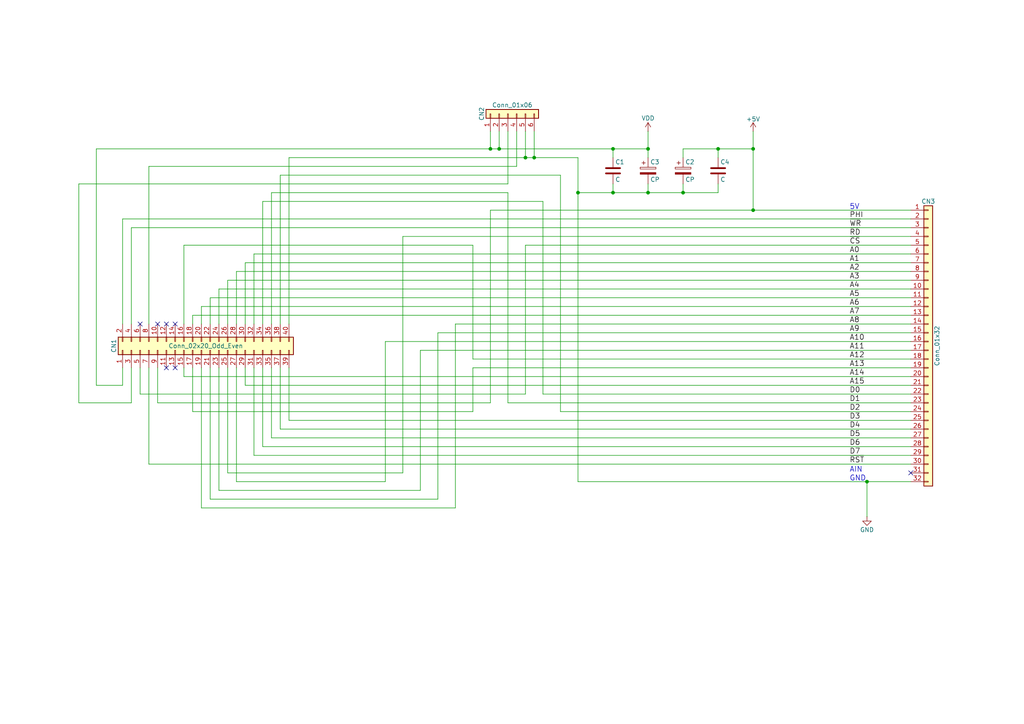
<source format=kicad_sch>
(kicad_sch (version 20231120) (generator "eeschema") (generator_version "8.0")
  (paper "A4")
  (title_block (title "Wide-Boy64 DMG Cartridge Probe") (date "2024-06-20") (rev "1") (company "CC-BY-SA-4.0 Michael Singer") (comment 1 "https://github.com/msinger/wideboy/") (comment 2 "http://iceboy.a-singer.de/"))
  (lib_symbols
    (symbol "Connector_Generic:Conn_01x06" (pin_names (offset 1.016) hide)
      (property "Reference" "J" (at 0 7.62 0))
      (property "Value" "Conn_01x06" (at 0 -10.16 0))
      (symbol "Conn_01x06_1_1"
        (rectangle (start -1.27 -7.493) (end 0 -7.747) (stroke (width 0.1524)))
        (rectangle (start -1.27 -4.953) (end 0 -5.207) (stroke (width 0.1524)))
        (rectangle (start -1.27 -2.413) (end 0 -2.667) (stroke (width 0.1524)))
        (rectangle (start -1.27 0.127) (end 0 -0.127) (stroke (width 0.1524)))
        (rectangle (start -1.27 2.667) (end 0 2.413) (stroke (width 0.1524)))
        (rectangle (start -1.27 5.207) (end 0 4.953) (stroke (width 0.1524)))
        (rectangle (start -1.27 6.35) (end 1.27 -8.89) (stroke (width 0.254)) (fill (type background)))
        (pin passive line (at -5.08 5.08 0) (length 3.81) (name "Pin_1") (number "1"))
        (pin passive line (at -5.08 2.54 0) (length 3.81) (name "Pin_2") (number "2"))
        (pin passive line (at -5.08 0 0) (length 3.81) (name "Pin_3") (number "3"))
        (pin passive line (at -5.08 -2.54 0) (length 3.81) (name "Pin_4") (number "4"))
        (pin passive line (at -5.08 -5.08 0) (length 3.81) (name "Pin_5") (number "5"))
        (pin passive line (at -5.08 -7.62 0) (length 3.81) (name "Pin_6") (number "6"))
      )
    )
    (symbol "Connector_Generic:Conn_01x32" (pin_names (offset 1.016) hide)
      (property "Reference" "J" (at 0 40.64 0))
      (property "Value" "Conn_01x32" (at 0 -43.18 0))
      (symbol "Conn_01x32_1_1"
        (rectangle (start -1.27 -40.513) (end 0 -40.767) (stroke (width 0.1524)))
        (rectangle (start -1.27 -37.973) (end 0 -38.227) (stroke (width 0.1524)))
        (rectangle (start -1.27 -35.433) (end 0 -35.687) (stroke (width 0.1524)))
        (rectangle (start -1.27 -32.893) (end 0 -33.147) (stroke (width 0.1524)))
        (rectangle (start -1.27 -30.353) (end 0 -30.607) (stroke (width 0.1524)))
        (rectangle (start -1.27 -27.813) (end 0 -28.067) (stroke (width 0.1524)))
        (rectangle (start -1.27 -25.273) (end 0 -25.527) (stroke (width 0.1524)))
        (rectangle (start -1.27 -22.733) (end 0 -22.987) (stroke (width 0.1524)))
        (rectangle (start -1.27 -20.193) (end 0 -20.447) (stroke (width 0.1524)))
        (rectangle (start -1.27 -17.653) (end 0 -17.907) (stroke (width 0.1524)))
        (rectangle (start -1.27 -15.113) (end 0 -15.367) (stroke (width 0.1524)))
        (rectangle (start -1.27 -12.573) (end 0 -12.827) (stroke (width 0.1524)))
        (rectangle (start -1.27 -10.033) (end 0 -10.287) (stroke (width 0.1524)))
        (rectangle (start -1.27 -7.493) (end 0 -7.747) (stroke (width 0.1524)))
        (rectangle (start -1.27 -4.953) (end 0 -5.207) (stroke (width 0.1524)))
        (rectangle (start -1.27 -2.413) (end 0 -2.667) (stroke (width 0.1524)))
        (rectangle (start -1.27 0.127) (end 0 -0.127) (stroke (width 0.1524)))
        (rectangle (start -1.27 2.667) (end 0 2.413) (stroke (width 0.1524)))
        (rectangle (start -1.27 5.207) (end 0 4.953) (stroke (width 0.1524)))
        (rectangle (start -1.27 7.747) (end 0 7.493) (stroke (width 0.1524)))
        (rectangle (start -1.27 10.287) (end 0 10.033) (stroke (width 0.1524)))
        (rectangle (start -1.27 12.827) (end 0 12.573) (stroke (width 0.1524)))
        (rectangle (start -1.27 15.367) (end 0 15.113) (stroke (width 0.1524)))
        (rectangle (start -1.27 17.907) (end 0 17.653) (stroke (width 0.1524)))
        (rectangle (start -1.27 20.447) (end 0 20.193) (stroke (width 0.1524)))
        (rectangle (start -1.27 22.987) (end 0 22.733) (stroke (width 0.1524)))
        (rectangle (start -1.27 25.527) (end 0 25.273) (stroke (width 0.1524)))
        (rectangle (start -1.27 28.067) (end 0 27.813) (stroke (width 0.1524)))
        (rectangle (start -1.27 30.607) (end 0 30.353) (stroke (width 0.1524)))
        (rectangle (start -1.27 33.147) (end 0 32.893) (stroke (width 0.1524)))
        (rectangle (start -1.27 35.687) (end 0 35.433) (stroke (width 0.1524)))
        (rectangle (start -1.27 38.227) (end 0 37.973) (stroke (width 0.1524)))
        (rectangle (start -1.27 39.37) (end 1.27 -41.91) (stroke (width 0.254)) (fill (type background)))
        (pin passive line (at -5.08 38.1 0) (length 3.81) (name "Pin_1") (number "1"))
        (pin passive line (at -5.08 15.24 0) (length 3.81) (name "Pin_10") (number "10"))
        (pin passive line (at -5.08 12.7 0) (length 3.81) (name "Pin_11") (number "11"))
        (pin passive line (at -5.08 10.16 0) (length 3.81) (name "Pin_12") (number "12"))
        (pin passive line (at -5.08 7.62 0) (length 3.81) (name "Pin_13") (number "13"))
        (pin passive line (at -5.08 5.08 0) (length 3.81) (name "Pin_14") (number "14"))
        (pin passive line (at -5.08 2.54 0) (length 3.81) (name "Pin_15") (number "15"))
        (pin passive line (at -5.08 0 0) (length 3.81) (name "Pin_16") (number "16"))
        (pin passive line (at -5.08 -2.54 0) (length 3.81) (name "Pin_17") (number "17"))
        (pin passive line (at -5.08 -5.08 0) (length 3.81) (name "Pin_18") (number "18"))
        (pin passive line (at -5.08 -7.62 0) (length 3.81) (name "Pin_19") (number "19"))
        (pin passive line (at -5.08 35.56 0) (length 3.81) (name "Pin_2") (number "2"))
        (pin passive line (at -5.08 -10.16 0) (length 3.81) (name "Pin_20") (number "20"))
        (pin passive line (at -5.08 -12.7 0) (length 3.81) (name "Pin_21") (number "21"))
        (pin passive line (at -5.08 -15.24 0) (length 3.81) (name "Pin_22") (number "22"))
        (pin passive line (at -5.08 -17.78 0) (length 3.81) (name "Pin_23") (number "23"))
        (pin passive line (at -5.08 -20.32 0) (length 3.81) (name "Pin_24") (number "24"))
        (pin passive line (at -5.08 -22.86 0) (length 3.81) (name "Pin_25") (number "25"))
        (pin passive line (at -5.08 -25.4 0) (length 3.81) (name "Pin_26") (number "26"))
        (pin passive line (at -5.08 -27.94 0) (length 3.81) (name "Pin_27") (number "27"))
        (pin passive line (at -5.08 -30.48 0) (length 3.81) (name "Pin_28") (number "28"))
        (pin passive line (at -5.08 -33.02 0) (length 3.81) (name "Pin_29") (number "29"))
        (pin passive line (at -5.08 33.02 0) (length 3.81) (name "Pin_3") (number "3"))
        (pin passive line (at -5.08 -35.56 0) (length 3.81) (name "Pin_30") (number "30"))
        (pin passive line (at -5.08 -38.1 0) (length 3.81) (name "Pin_31") (number "31"))
        (pin passive line (at -5.08 -40.64 0) (length 3.81) (name "Pin_32") (number "32"))
        (pin passive line (at -5.08 30.48 0) (length 3.81) (name "Pin_4") (number "4"))
        (pin passive line (at -5.08 27.94 0) (length 3.81) (name "Pin_5") (number "5"))
        (pin passive line (at -5.08 25.4 0) (length 3.81) (name "Pin_6") (number "6"))
        (pin passive line (at -5.08 22.86 0) (length 3.81) (name "Pin_7") (number "7"))
        (pin passive line (at -5.08 20.32 0) (length 3.81) (name "Pin_8") (number "8"))
        (pin passive line (at -5.08 17.78 0) (length 3.81) (name "Pin_9") (number "9"))
      )
    )
    (symbol "Connector_Generic:Conn_02x20_Odd_Even" (pin_names (offset 1.016) hide)
      (property "Reference" "J" (at 1.27 25.4 0))
      (property "Value" "Conn_02x20_Odd_Even" (at 1.27 -27.94 0))
      (symbol "Conn_02x20_Odd_Even_1_1"
        (rectangle (start -1.27 -25.273) (end 0 -25.527) (stroke (width 0.1524)))
        (rectangle (start -1.27 -22.733) (end 0 -22.987) (stroke (width 0.1524)))
        (rectangle (start -1.27 -20.193) (end 0 -20.447) (stroke (width 0.1524)))
        (rectangle (start -1.27 -17.653) (end 0 -17.907) (stroke (width 0.1524)))
        (rectangle (start -1.27 -15.113) (end 0 -15.367) (stroke (width 0.1524)))
        (rectangle (start -1.27 -12.573) (end 0 -12.827) (stroke (width 0.1524)))
        (rectangle (start -1.27 -10.033) (end 0 -10.287) (stroke (width 0.1524)))
        (rectangle (start -1.27 -7.493) (end 0 -7.747) (stroke (width 0.1524)))
        (rectangle (start -1.27 -4.953) (end 0 -5.207) (stroke (width 0.1524)))
        (rectangle (start -1.27 -2.413) (end 0 -2.667) (stroke (width 0.1524)))
        (rectangle (start -1.27 0.127) (end 0 -0.127) (stroke (width 0.1524)))
        (rectangle (start -1.27 2.667) (end 0 2.413) (stroke (width 0.1524)))
        (rectangle (start -1.27 5.207) (end 0 4.953) (stroke (width 0.1524)))
        (rectangle (start -1.27 7.747) (end 0 7.493) (stroke (width 0.1524)))
        (rectangle (start -1.27 10.287) (end 0 10.033) (stroke (width 0.1524)))
        (rectangle (start -1.27 12.827) (end 0 12.573) (stroke (width 0.1524)))
        (rectangle (start -1.27 15.367) (end 0 15.113) (stroke (width 0.1524)))
        (rectangle (start -1.27 17.907) (end 0 17.653) (stroke (width 0.1524)))
        (rectangle (start -1.27 20.447) (end 0 20.193) (stroke (width 0.1524)))
        (rectangle (start -1.27 22.987) (end 0 22.733) (stroke (width 0.1524)))
        (rectangle (start -1.27 24.13) (end 3.81 -26.67) (stroke (width 0.254)) (fill (type background)))
        (rectangle (start 3.81 -25.273) (end 2.54 -25.527) (stroke (width 0.1524)))
        (rectangle (start 3.81 -22.733) (end 2.54 -22.987) (stroke (width 0.1524)))
        (rectangle (start 3.81 -20.193) (end 2.54 -20.447) (stroke (width 0.1524)))
        (rectangle (start 3.81 -17.653) (end 2.54 -17.907) (stroke (width 0.1524)))
        (rectangle (start 3.81 -15.113) (end 2.54 -15.367) (stroke (width 0.1524)))
        (rectangle (start 3.81 -12.573) (end 2.54 -12.827) (stroke (width 0.1524)))
        (rectangle (start 3.81 -10.033) (end 2.54 -10.287) (stroke (width 0.1524)))
        (rectangle (start 3.81 -7.493) (end 2.54 -7.747) (stroke (width 0.1524)))
        (rectangle (start 3.81 -4.953) (end 2.54 -5.207) (stroke (width 0.1524)))
        (rectangle (start 3.81 -2.413) (end 2.54 -2.667) (stroke (width 0.1524)))
        (rectangle (start 3.81 0.127) (end 2.54 -0.127) (stroke (width 0.1524)))
        (rectangle (start 3.81 2.667) (end 2.54 2.413) (stroke (width 0.1524)))
        (rectangle (start 3.81 5.207) (end 2.54 4.953) (stroke (width 0.1524)))
        (rectangle (start 3.81 7.747) (end 2.54 7.493) (stroke (width 0.1524)))
        (rectangle (start 3.81 10.287) (end 2.54 10.033) (stroke (width 0.1524)))
        (rectangle (start 3.81 12.827) (end 2.54 12.573) (stroke (width 0.1524)))
        (rectangle (start 3.81 15.367) (end 2.54 15.113) (stroke (width 0.1524)))
        (rectangle (start 3.81 17.907) (end 2.54 17.653) (stroke (width 0.1524)))
        (rectangle (start 3.81 20.447) (end 2.54 20.193) (stroke (width 0.1524)))
        (rectangle (start 3.81 22.987) (end 2.54 22.733) (stroke (width 0.1524)))
        (pin passive line (at -5.08 22.86 0) (length 3.81) (name "Pin_1") (number "1"))
        (pin passive line (at 7.62 12.7 180) (length 3.81) (name "Pin_10") (number "10"))
        (pin passive line (at -5.08 10.16 0) (length 3.81) (name "Pin_11") (number "11"))
        (pin passive line (at 7.62 10.16 180) (length 3.81) (name "Pin_12") (number "12"))
        (pin passive line (at -5.08 7.62 0) (length 3.81) (name "Pin_13") (number "13"))
        (pin passive line (at 7.62 7.62 180) (length 3.81) (name "Pin_14") (number "14"))
        (pin passive line (at -5.08 5.08 0) (length 3.81) (name "Pin_15") (number "15"))
        (pin passive line (at 7.62 5.08 180) (length 3.81) (name "Pin_16") (number "16"))
        (pin passive line (at -5.08 2.54 0) (length 3.81) (name "Pin_17") (number "17"))
        (pin passive line (at 7.62 2.54 180) (length 3.81) (name "Pin_18") (number "18"))
        (pin passive line (at -5.08 0 0) (length 3.81) (name "Pin_19") (number "19"))
        (pin passive line (at 7.62 22.86 180) (length 3.81) (name "Pin_2") (number "2"))
        (pin passive line (at 7.62 0 180) (length 3.81) (name "Pin_20") (number "20"))
        (pin passive line (at -5.08 -2.54 0) (length 3.81) (name "Pin_21") (number "21"))
        (pin passive line (at 7.62 -2.54 180) (length 3.81) (name "Pin_22") (number "22"))
        (pin passive line (at -5.08 -5.08 0) (length 3.81) (name "Pin_23") (number "23"))
        (pin passive line (at 7.62 -5.08 180) (length 3.81) (name "Pin_24") (number "24"))
        (pin passive line (at -5.08 -7.62 0) (length 3.81) (name "Pin_25") (number "25"))
        (pin passive line (at 7.62 -7.62 180) (length 3.81) (name "Pin_26") (number "26"))
        (pin passive line (at -5.08 -10.16 0) (length 3.81) (name "Pin_27") (number "27"))
        (pin passive line (at 7.62 -10.16 180) (length 3.81) (name "Pin_28") (number "28"))
        (pin passive line (at -5.08 -12.7 0) (length 3.81) (name "Pin_29") (number "29"))
        (pin passive line (at -5.08 20.32 0) (length 3.81) (name "Pin_3") (number "3"))
        (pin passive line (at 7.62 -12.7 180) (length 3.81) (name "Pin_30") (number "30"))
        (pin passive line (at -5.08 -15.24 0) (length 3.81) (name "Pin_31") (number "31"))
        (pin passive line (at 7.62 -15.24 180) (length 3.81) (name "Pin_32") (number "32"))
        (pin passive line (at -5.08 -17.78 0) (length 3.81) (name "Pin_33") (number "33"))
        (pin passive line (at 7.62 -17.78 180) (length 3.81) (name "Pin_34") (number "34"))
        (pin passive line (at -5.08 -20.32 0) (length 3.81) (name "Pin_35") (number "35"))
        (pin passive line (at 7.62 -20.32 180) (length 3.81) (name "Pin_36") (number "36"))
        (pin passive line (at -5.08 -22.86 0) (length 3.81) (name "Pin_37") (number "37"))
        (pin passive line (at 7.62 -22.86 180) (length 3.81) (name "Pin_38") (number "38"))
        (pin passive line (at -5.08 -25.4 0) (length 3.81) (name "Pin_39") (number "39"))
        (pin passive line (at 7.62 20.32 180) (length 3.81) (name "Pin_4") (number "4"))
        (pin passive line (at 7.62 -25.4 180) (length 3.81) (name "Pin_40") (number "40"))
        (pin passive line (at -5.08 17.78 0) (length 3.81) (name "Pin_5") (number "5"))
        (pin passive line (at 7.62 17.78 180) (length 3.81) (name "Pin_6") (number "6"))
        (pin passive line (at -5.08 15.24 0) (length 3.81) (name "Pin_7") (number "7"))
        (pin passive line (at 7.62 15.24 180) (length 3.81) (name "Pin_8") (number "8"))
        (pin passive line (at -5.08 12.7 0) (length 3.81) (name "Pin_9") (number "9"))
      )
    )
    (symbol "Device:C" (pin_numbers hide) (pin_names (offset 0.254))
      (property "Reference" "C" (at 0.635 2.54 0))
      (property "Value" "C" (at 0.635 -2.54 0))
      (symbol "C_0_1"
        (polyline (pts (xy -2.032 -0.762) (xy 2.032 -0.762)) (stroke (width 0.508)))
        (polyline (pts (xy -2.032 0.762) (xy 2.032 0.762)) (stroke (width 0.508)))
      )
      (symbol "C_1_1"
        (pin passive line (at 0 3.81 270) (length 2.794) (name "~") (number "1"))
        (pin passive line (at 0 -3.81 90) (length 2.794) (name "~") (number "2"))
      )
    )
    (symbol "Device:C_Polarized" (pin_numbers hide) (pin_names (offset 0.254))
      (property "Reference" "C" (at 0.635 2.54 0))
      (property "Value" "C_Polarized" (at 0.635 -2.54 0))
      (symbol "C_Polarized_0_1"
        (rectangle (start -2.286 0.508) (end 2.286 1.016))
        (polyline (pts (xy -1.778 2.286) (xy -0.762 2.286)))
        (polyline (pts (xy -1.27 2.794) (xy -1.27 1.778)))
        (rectangle (start 2.286 -0.508) (end -2.286 -1.016) (fill (type outline)))
      )
      (symbol "C_Polarized_1_1"
        (pin passive line (at 0 3.81 270) (length 2.794) (name "~") (number "1"))
        (pin passive line (at 0 -3.81 90) (length 2.794) (name "~") (number "2"))
      )
    )
    (symbol "power:+5V" (power) (pin_numbers hide) (pin_names (offset 0) hide)
      (property "Value" "+5V" (at 0 3.556 0))
      (symbol "+5V_0_1"
        (polyline (pts (xy -0.762 1.27) (xy 0 2.54)))
        (polyline (pts (xy 0 0) (xy 0 2.54)))
        (polyline (pts (xy 0 2.54) (xy 0.762 1.27)))
      )
      (symbol "+5V_1_1"
        (pin power_in line (at 0 0 90) (length 0) (name "~") (number "1"))
      )
    )
    (symbol "power:GND" (power) (pin_numbers hide) (pin_names (offset 0) hide)
      (property "Value" "GND" (at 0 -3.81 0))
      (symbol "GND_0_1"
        (polyline (pts (xy 0 0) (xy 0 -1.27) (xy 1.27 -1.27) (xy 0 -2.54) (xy -1.27 -1.27) (xy 0 -1.27)))
      )
      (symbol "GND_1_1"
        (pin power_in line (at 0 0 270) (length 0) (name "~") (number "1"))
      )
    )
    (symbol "power:VDD" (power) (pin_numbers hide) (pin_names (offset 0) hide)
      (property "Value" "VDD" (at 0 3.556 0))
      (symbol "VDD_0_1"
        (polyline (pts (xy -0.762 1.27) (xy 0 2.54)))
        (polyline (pts (xy 0 0) (xy 0 2.54)))
        (polyline (pts (xy 0 2.54) (xy 0.762 1.27)))
      )
      (symbol "VDD_1_1"
        (pin power_in line (at 0 0 90) (length 0) (name "~") (number "1"))
      )
    )
  )
  (junction (at 154.94 45.72))
  (junction (at 142.24 43.18))
  (junction (at 251.46 139.7))
  (junction (at 187.96 55.88))
  (junction (at 167.64 55.88))
  (junction (at 177.8 55.88))
  (junction (at 152.4 45.72))
  (junction (at 198.12 55.88))
  (junction (at 218.44 43.18))
  (junction (at 187.96 43.18))
  (junction (at 144.78 43.18))
  (junction (at 208.28 43.18))
  (junction (at 177.8 43.18))
  (junction (at 218.44 60.96))
  (no_connect (at 48.26 106.68))
  (no_connect (at 48.26 93.98))
  (no_connect (at 50.8 93.98))
  (no_connect (at 264.16 137.16))
  (no_connect (at 40.64 93.98))
  (no_connect (at 50.8 106.68))
  (no_connect (at 45.72 93.98))
  (wire (pts (xy 116.84 68.58) (xy 116.84 137.16)))
  (wire (pts (xy 152.4 71.12) (xy 264.16 71.12)))
  (wire (pts (xy 43.18 134.62) (xy 264.16 134.62)))
  (wire (pts (xy 127 144.78) (xy 60.96 144.78)))
  (wire (pts (xy 43.18 93.98) (xy 43.18 48.26)))
  (wire (pts (xy 81.28 93.98) (xy 81.28 50.8)))
  (wire (pts (xy 121.92 101.6) (xy 264.16 101.6)))
  (wire (pts (xy 142.24 38.1) (xy 142.24 43.18)))
  (wire (pts (xy 81.28 106.68) (xy 81.28 124.46)))
  (wire (pts (xy 76.2 58.42) (xy 157.48 58.42)))
  (wire (pts (xy 251.46 139.7) (xy 251.46 149.86)))
  (wire (pts (xy 127 96.52) (xy 264.16 96.52)))
  (wire (pts (xy 60.96 106.68) (xy 60.96 144.78)))
  (wire (pts (xy 63.5 93.98) (xy 63.5 83.82)))
  (wire (pts (xy 142.24 43.18) (xy 144.78 43.18)))
  (wire (pts (xy 71.12 106.68) (xy 71.12 111.76)))
  (wire (pts (xy 132.08 147.32) (xy 58.42 147.32)))
  (wire (pts (xy 177.8 55.88) (xy 187.96 55.88)))
  (wire (pts (xy 218.44 60.96) (xy 264.16 60.96)))
  (wire (pts (xy 177.8 43.18) (xy 187.96 43.18)))
  (wire (pts (xy 53.34 71.12) (xy 137.16 71.12)))
  (wire (pts (xy 40.64 106.68) (xy 40.64 114.3)))
  (wire (pts (xy 198.12 43.18) (xy 208.28 43.18)))
  (wire (pts (xy 66.04 106.68) (xy 66.04 137.16)))
  (wire (pts (xy 162.56 50.8) (xy 162.56 119.38)))
  (wire (pts (xy 187.96 38.1) (xy 187.96 43.18)))
  (wire (pts (xy 142.24 60.96) (xy 218.44 60.96)))
  (wire (pts (xy 78.74 127) (xy 264.16 127)))
  (wire (pts (xy 53.34 71.12) (xy 53.34 93.98)))
  (wire (pts (xy 121.92 142.24) (xy 63.5 142.24)))
  (wire (pts (xy 121.92 101.6) (xy 121.92 142.24)))
  (wire (pts (xy 63.5 83.82) (xy 264.16 83.82)))
  (wire (pts (xy 83.82 106.68) (xy 83.82 121.92)))
  (wire (pts (xy 198.12 53.34) (xy 198.12 55.88)))
  (wire (pts (xy 137.16 71.12) (xy 137.16 104.14)))
  (wire (pts (xy 73.66 106.68) (xy 73.66 132.08)))
  (wire (pts (xy 187.96 43.18) (xy 187.96 45.72)))
  (wire (pts (xy 38.1 93.98) (xy 38.1 66.04)))
  (wire (pts (xy 35.56 93.98) (xy 35.56 63.5)))
  (wire (pts (xy 78.74 93.98) (xy 78.74 55.88)))
  (wire (pts (xy 38.1 116.84) (xy 38.1 106.68)))
  (wire (pts (xy 137.16 106.68) (xy 264.16 106.68)))
  (wire (pts (xy 147.32 53.34) (xy 22.86 53.34)))
  (wire (pts (xy 71.12 93.98) (xy 71.12 76.2)))
  (wire (pts (xy 55.88 93.98) (xy 55.88 91.44)))
  (wire (pts (xy 38.1 66.04) (xy 264.16 66.04)))
  (wire (pts (xy 83.82 45.72) (xy 152.4 45.72)))
  (wire (pts (xy 167.64 55.88) (xy 177.8 55.88)))
  (wire (pts (xy 218.44 43.18) (xy 218.44 60.96)))
  (wire (pts (xy 58.42 88.9) (xy 264.16 88.9)))
  (wire (pts (xy 149.86 48.26) (xy 149.86 38.1)))
  (wire (pts (xy 154.94 45.72) (xy 154.94 38.1)))
  (wire (pts (xy 177.8 53.34) (xy 177.8 55.88)))
  (wire (pts (xy 35.56 111.76) (xy 27.94 111.76)))
  (wire (pts (xy 43.18 48.26) (xy 149.86 48.26)))
  (wire (pts (xy 22.86 116.84) (xy 38.1 116.84)))
  (wire (pts (xy 81.28 50.8) (xy 162.56 50.8)))
  (wire (pts (xy 73.66 132.08) (xy 264.16 132.08)))
  (wire (pts (xy 45.72 106.68) (xy 45.72 116.84)))
  (wire (pts (xy 177.8 45.72) (xy 177.8 43.18)))
  (wire (pts (xy 116.84 68.58) (xy 264.16 68.58)))
  (wire (pts (xy 76.2 129.54) (xy 264.16 129.54)))
  (wire (pts (xy 68.58 106.68) (xy 68.58 139.7)))
  (wire (pts (xy 198.12 45.72) (xy 198.12 43.18)))
  (wire (pts (xy 63.5 106.68) (xy 63.5 142.24)))
  (wire (pts (xy 81.28 124.46) (xy 264.16 124.46)))
  (wire (pts (xy 76.2 106.68) (xy 76.2 129.54)))
  (wire (pts (xy 187.96 53.34) (xy 187.96 55.88)))
  (wire (pts (xy 116.84 137.16) (xy 66.04 137.16)))
  (wire (pts (xy 83.82 45.72) (xy 83.82 93.98)))
  (wire (pts (xy 144.78 43.18) (xy 144.78 38.1)))
  (wire (pts (xy 208.28 55.88) (xy 208.28 53.34)))
  (wire (pts (xy 60.96 86.36) (xy 264.16 86.36)))
  (wire (pts (xy 208.28 45.72) (xy 208.28 43.18)))
  (wire (pts (xy 66.04 81.28) (xy 264.16 81.28)))
  (wire (pts (xy 35.56 63.5) (xy 264.16 63.5)))
  (wire (pts (xy 66.04 93.98) (xy 66.04 81.28)))
  (wire (pts (xy 27.94 111.76) (xy 27.94 43.18)))
  (wire (pts (xy 58.42 106.68) (xy 58.42 147.32)))
  (wire (pts (xy 78.74 55.88) (xy 147.32 55.88)))
  (wire (pts (xy 147.32 116.84) (xy 264.16 116.84)))
  (wire (pts (xy 132.08 93.98) (xy 132.08 147.32)))
  (wire (pts (xy 73.66 93.98) (xy 73.66 73.66)))
  (wire (pts (xy 58.42 93.98) (xy 58.42 88.9)))
  (wire (pts (xy 147.32 55.88) (xy 147.32 116.84)))
  (wire (pts (xy 127 96.52) (xy 127 144.78)))
  (wire (pts (xy 167.64 139.7) (xy 251.46 139.7)))
  (wire (pts (xy 27.94 43.18) (xy 142.24 43.18)))
  (wire (pts (xy 60.96 93.98) (xy 60.96 86.36)))
  (wire (pts (xy 55.88 119.38) (xy 137.16 119.38)))
  (wire (pts (xy 71.12 111.76) (xy 264.16 111.76)))
  (wire (pts (xy 218.44 38.1) (xy 218.44 43.18)))
  (wire (pts (xy 111.76 99.06) (xy 264.16 99.06)))
  (wire (pts (xy 162.56 119.38) (xy 264.16 119.38)))
  (wire (pts (xy 76.2 93.98) (xy 76.2 58.42)))
  (wire (pts (xy 53.34 109.22) (xy 264.16 109.22)))
  (wire (pts (xy 78.74 106.68) (xy 78.74 127)))
  (wire (pts (xy 154.94 45.72) (xy 167.64 45.72)))
  (wire (pts (xy 142.24 116.84) (xy 45.72 116.84)))
  (wire (pts (xy 68.58 78.74) (xy 264.16 78.74)))
  (wire (pts (xy 152.4 38.1) (xy 152.4 45.72)))
  (wire (pts (xy 152.4 45.72) (xy 154.94 45.72)))
  (wire (pts (xy 55.88 106.68) (xy 55.88 119.38)))
  (wire (pts (xy 187.96 55.88) (xy 198.12 55.88)))
  (wire (pts (xy 208.28 43.18) (xy 218.44 43.18)))
  (wire (pts (xy 53.34 106.68) (xy 53.34 109.22)))
  (wire (pts (xy 111.76 139.7) (xy 68.58 139.7)))
  (wire (pts (xy 198.12 55.88) (xy 208.28 55.88)))
  (wire (pts (xy 55.88 91.44) (xy 264.16 91.44)))
  (wire (pts (xy 22.86 53.34) (xy 22.86 116.84)))
  (wire (pts (xy 251.46 139.7) (xy 264.16 139.7)))
  (wire (pts (xy 73.66 73.66) (xy 264.16 73.66)))
  (wire (pts (xy 132.08 93.98) (xy 264.16 93.98)))
  (wire (pts (xy 35.56 106.68) (xy 35.56 111.76)))
  (wire (pts (xy 167.64 45.72) (xy 167.64 55.88)))
  (wire (pts (xy 40.64 114.3) (xy 152.4 114.3)))
  (wire (pts (xy 111.76 99.06) (xy 111.76 139.7)))
  (wire (pts (xy 137.16 104.14) (xy 264.16 104.14)))
  (wire (pts (xy 144.78 43.18) (xy 177.8 43.18)))
  (wire (pts (xy 167.64 55.88) (xy 167.64 139.7)))
  (wire (pts (xy 71.12 76.2) (xy 264.16 76.2)))
  (wire (pts (xy 137.16 119.38) (xy 137.16 106.68)))
  (wire (pts (xy 152.4 114.3) (xy 152.4 71.12)))
  (wire (pts (xy 68.58 93.98) (xy 68.58 78.74)))
  (wire (pts (xy 147.32 53.34) (xy 147.32 38.1)))
  (wire (pts (xy 83.82 121.92) (xy 264.16 121.92)))
  (wire (pts (xy 142.24 60.96) (xy 142.24 116.84)))
  (wire (pts (xy 43.18 106.68) (xy 43.18 134.62)))
  (wire (pts (xy 157.48 114.3) (xy 264.16 114.3)))
  (wire (pts (xy 157.48 58.42) (xy 157.48 114.3)))
  (text "GND" (at 246.38 139.7 0) (effects (font (size 1.524 1.524)) (justify left bottom)))
  (text "5V" (at 246.38 60.96 0) (effects (font (size 1.524 1.524)) (justify left bottom)))
  (text "AIN" (at 246.38 137.16 0) (effects (font (size 1.524 1.524)) (justify left bottom)))
  (label "D5" (at 246.38 127 0) (effects (font (size 1.524 1.524))))
  (label "A11" (at 246.38 101.6 0) (effects (font (size 1.524 1.524))))
  (label "A10" (at 246.38 99.06 0) (effects (font (size 1.524 1.524))))
  (label "A12" (at 246.38 104.14 0) (effects (font (size 1.524 1.524))))
  (label "~{WR}" (at 246.38 66.04 0) (effects (font (size 1.524 1.524))))
  (label "D0" (at 246.38 114.3 0) (effects (font (size 1.524 1.524))))
  (label "A3" (at 246.38 81.28 0) (effects (font (size 1.524 1.524))))
  (label "A5" (at 246.38 86.36 0) (effects (font (size 1.524 1.524))))
  (label "D6" (at 246.38 129.54 0) (effects (font (size 1.524 1.524))))
  (label "A8" (at 246.38 93.98 0) (effects (font (size 1.524 1.524))))
  (label "A0" (at 246.38 73.66 0) (effects (font (size 1.524 1.524))))
  (label "D3" (at 246.38 121.92 0) (effects (font (size 1.524 1.524))))
  (label "A2" (at 246.38 78.74 0) (effects (font (size 1.524 1.524))))
  (label "A1" (at 246.38 76.2 0) (effects (font (size 1.524 1.524))))
  (label "D1" (at 246.38 116.84 0) (effects (font (size 1.524 1.524))))
  (label "A15" (at 246.38 111.76 0) (effects (font (size 1.524 1.524))))
  (label "A13" (at 246.38 106.68 0) (effects (font (size 1.524 1.524))))
  (label "~{CS}" (at 246.38 71.12 0) (effects (font (size 1.524 1.524))))
  (label "D7" (at 246.38 132.08 0) (effects (font (size 1.524 1.524))))
  (label "PHI" (at 246.38 63.5 0) (effects (font (size 1.524 1.524))))
  (label "A14" (at 246.38 109.22 0) (effects (font (size 1.524 1.524))))
  (label "A9" (at 246.38 96.52 0) (effects (font (size 1.524 1.524))))
  (label "A7" (at 246.38 91.44 0) (effects (font (size 1.524 1.524))))
  (label "~{RST}" (at 246.38 134.62 0) (effects (font (size 1.524 1.524))))
  (label "A6" (at 246.38 88.9 0) (effects (font (size 1.524 1.524))))
  (label "D4" (at 246.38 124.46 0) (effects (font (size 1.524 1.524))))
  (label "~{RD}" (at 246.38 68.58 0) (effects (font (size 1.524 1.524))))
  (label "A4" (at 246.38 83.82 0) (effects (font (size 1.524 1.524))))
  (label "D2" (at 246.38 119.38 0) (effects (font (size 1.524 1.524))))
  (symbol (lib_id "Connector_Generic:Conn_02x20_Odd_Even") (at 58.42 101.6 90) (unit 1)
    (property "Reference" "CN1" (at 33.02 100.33 0))
    (property "Value" "Conn_02x20_Odd_Even" (at 59.69 100.33 90))
    (property "Description" "Generic connector, double row, 02x20, odd/even pin numbering scheme (row 1 odd numbers, row 2 even numbers), script generated (kicad-library-utils/schlib/autogen/connector/)" (effects (hide yes)))
  )
  (symbol (lib_id "Connector_Generic:Conn_01x06") (at 147.32 33.02 90) (unit 1)
    (property "Reference" "CN2" (at 139.7 33.02 0))
    (property "Value" "Conn_01x06" (at 148.59 30.48 90))
    (property "Description" "Generic connector, single row, 01x06, script generated (kicad-library-utils/schlib/autogen/connector/)" (effects (hide yes)))
  )
  (symbol (lib_id "Connector_Generic:Conn_01x32") (at 269.24 99.06 0) (unit 1)
    (property "Reference" "CN3" (at 269.24 58.42 0))
    (property "Value" "Conn_01x32" (at 271.78 100.33 90))
    (property "Description" "Generic connector, single row, 01x32, script generated (kicad-library-utils/schlib/autogen/connector/)" (effects (hide yes)))
  )
  (symbol (lib_id "Device:C") (at 177.8 49.53 0) (unit 1)
    (property "Reference" "C1" (at 178.435 46.99 0) (effects (justify left)))
    (property "Value" "C" (at 178.435 52.07 0) (effects (justify left)))
    (property "Description" "Unpolarized capacitor" (effects (hide yes)))
  )
  (symbol (lib_id "Device:C_Polarized") (at 187.96 49.53 0) (unit 1)
    (property "Reference" "C3" (at 188.595 46.99 0) (effects (justify left)))
    (property "Value" "CP" (at 188.595 52.07 0) (effects (justify left)))
    (property "Description" "Polarized capacitor" (effects (hide yes)))
  )
  (symbol (lib_id "Device:C_Polarized") (at 198.12 49.53 0) (unit 1)
    (property "Reference" "C2" (at 198.755 46.99 0) (effects (justify left)))
    (property "Value" "CP" (at 198.755 52.07 0) (effects (justify left)))
    (property "Description" "Polarized capacitor" (effects (hide yes)))
  )
  (symbol (lib_id "Device:C") (at 208.28 49.53 0) (unit 1)
    (property "Reference" "C4" (at 208.915 46.99 0) (effects (justify left)))
    (property "Value" "C" (at 208.915 52.07 0) (effects (justify left)))
    (property "Description" "Unpolarized capacitor" (effects (hide yes)))
  )
  (symbol (lib_id "power:GND") (at 251.46 149.86 0) (unit 1)
    (property "Reference" "#PWR03" (effects (hide yes)))
    (property "Value" "GND" (at 251.46 153.67 0))
    (property "Description" "Power symbol creates a global label with name \"GND\" , ground" (effects (hide yes)))
  )
  (symbol (lib_id "power:+5V") (at 218.44 38.1 0) (unit 1)
    (property "Reference" "#PWR02" (effects (hide yes)))
    (property "Value" "+5V" (at 218.44 34.544 0))
    (property "Description" "Power symbol creates a global label with name \"+5V\"" (effects (hide yes)))
  )
  (symbol (lib_id "power:VDD") (at 187.96 38.1 0) (unit 1)
    (property "Reference" "#PWR01" (effects (hide yes)))
    (property "Value" "VDD" (at 187.96 34.29 0))
    (property "Description" "Power symbol creates a global label with name \"VDD\"" (effects (hide yes)))
  )
)
</source>
